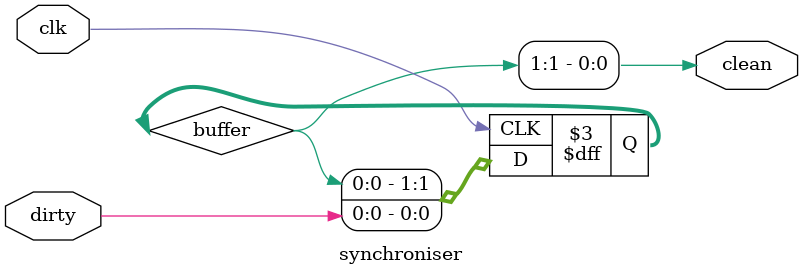
<source format=sv>
module synchroniser #(parameter LVLS=2) (
	input clk,    // Clock
	input dirty, // signal to be synchronised
	output clean // synchronous output
);
	logic [LVLS-1:0] buffer;

	initial buffer <= 0;

	assign clean = buffer[LVLS-1];

	always @(posedge clk)
		buffer <= {buffer[LVLS-2:0], dirty};

endmodule
</source>
